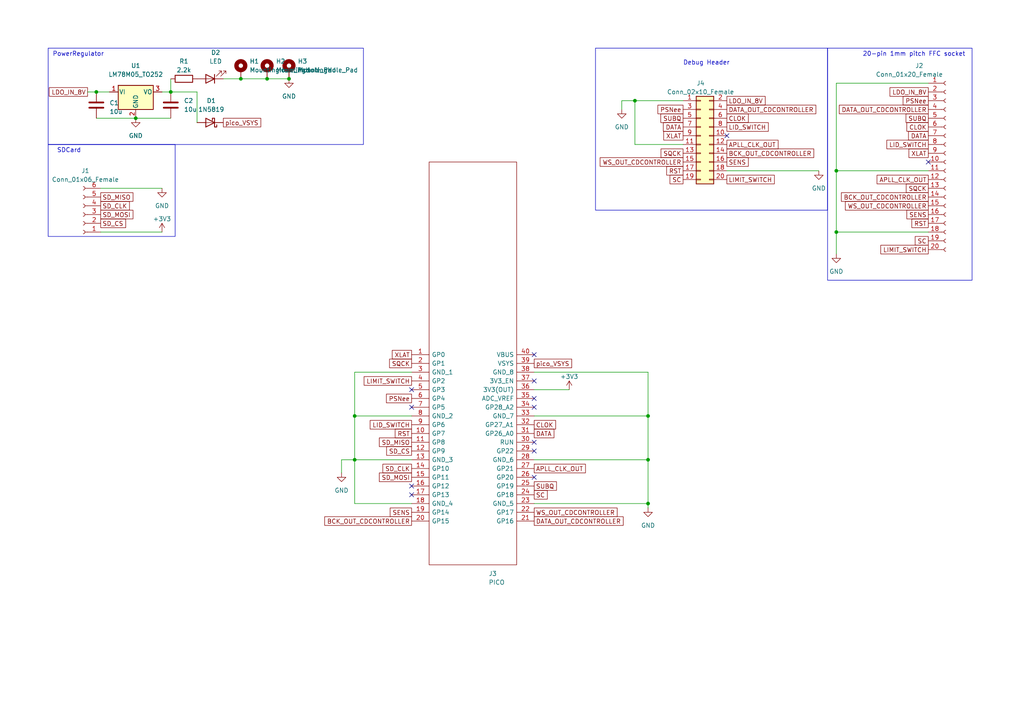
<source format=kicad_sch>
(kicad_sch (version 20230121) (generator eeschema)
  (paper "A4")
  (lib_symbols
    (symbol "Connector:Conn_01x06_Female" (pin_names (offset 1.016) hide)
      (property "Reference" "J" (at 0 7.62 0))
      (property "Value" "Conn_01x06_Female" (at 0 -10.16 0))
      (symbol "Conn_01x06_Female_1_1"
        (arc (start 0 -7.112) (mid -0.5058 -7.62) (end 0 -8.128) (stroke (width 0.1524)))
        (arc (start 0 -4.572) (mid -0.5058 -5.08) (end 0 -5.588) (stroke (width 0.1524)))
        (arc (start 0 -2.032) (mid -0.5058 -2.54) (end 0 -3.048) (stroke (width 0.1524)))
        (polyline (pts (xy -1.27 -7.62) (xy -0.508 -7.62)) (stroke (width 0.1524)))
        (polyline (pts (xy -1.27 -5.08) (xy -0.508 -5.08)) (stroke (width 0.1524)))
        (polyline (pts (xy -1.27 -2.54) (xy -0.508 -2.54)) (stroke (width 0.1524)))
        (polyline (pts (xy -1.27 0) (xy -0.508 0)) (stroke (width 0.1524)))
        (polyline (pts (xy -1.27 2.54) (xy -0.508 2.54)) (stroke (width 0.1524)))
        (polyline (pts (xy -1.27 5.08) (xy -0.508 5.08)) (stroke (width 0.1524)))
        (arc (start 0 0.508) (mid -0.5058 0) (end 0 -0.508) (stroke (width 0.1524)))
        (arc (start 0 3.048) (mid -0.5058 2.54) (end 0 2.032) (stroke (width 0.1524)))
        (arc (start 0 5.588) (mid -0.5058 5.08) (end 0 4.572) (stroke (width 0.1524)))
        (pin passive line (at -5.08 5.08 0) (length 3.81) (name "Pin_1") (number "1"))
        (pin passive line (at -5.08 2.54 0) (length 3.81) (name "Pin_2") (number "2"))
        (pin passive line (at -5.08 0 0) (length 3.81) (name "Pin_3") (number "3"))
        (pin passive line (at -5.08 -2.54 0) (length 3.81) (name "Pin_4") (number "4"))
        (pin passive line (at -5.08 -5.08 0) (length 3.81) (name "Pin_5") (number "5"))
        (pin passive line (at -5.08 -7.62 0) (length 3.81) (name "Pin_6") (number "6"))
      )
    )
    (symbol "Connector:Conn_01x20_Female" (pin_names (offset 1.016) hide)
      (property "Reference" "J" (at 0 25.4 0))
      (property "Value" "Conn_01x20_Female" (at 0 -27.94 0))
      (symbol "Conn_01x20_Female_1_1"
        (arc (start 0 -24.892) (mid -0.5058 -25.4) (end 0 -25.908) (stroke (width 0.1524)))
        (arc (start 0 -22.352) (mid -0.5058 -22.86) (end 0 -23.368) (stroke (width 0.1524)))
        (arc (start 0 -19.812) (mid -0.5058 -20.32) (end 0 -20.828) (stroke (width 0.1524)))
        (arc (start 0 -17.272) (mid -0.5058 -17.78) (end 0 -18.288) (stroke (width 0.1524)))
        (arc (start 0 -14.732) (mid -0.5058 -15.24) (end 0 -15.748) (stroke (width 0.1524)))
        (arc (start 0 -12.192) (mid -0.5058 -12.7) (end 0 -13.208) (stroke (width 0.1524)))
        (arc (start 0 -9.652) (mid -0.5058 -10.16) (end 0 -10.668) (stroke (width 0.1524)))
        (arc (start 0 -7.112) (mid -0.5058 -7.62) (end 0 -8.128) (stroke (width 0.1524)))
        (arc (start 0 -4.572) (mid -0.5058 -5.08) (end 0 -5.588) (stroke (width 0.1524)))
        (arc (start 0 -2.032) (mid -0.5058 -2.54) (end 0 -3.048) (stroke (width 0.1524)))
        (polyline (pts (xy -1.27 -25.4) (xy -0.508 -25.4)) (stroke (width 0.1524)))
        (polyline (pts (xy -1.27 -22.86) (xy -0.508 -22.86)) (stroke (width 0.1524)))
        (polyline (pts (xy -1.27 -20.32) (xy -0.508 -20.32)) (stroke (width 0.1524)))
        (polyline (pts (xy -1.27 -17.78) (xy -0.508 -17.78)) (stroke (width 0.1524)))
        (polyline (pts (xy -1.27 -15.24) (xy -0.508 -15.24)) (stroke (width 0.1524)))
        (polyline (pts (xy -1.27 -12.7) (xy -0.508 -12.7)) (stroke (width 0.1524)))
        (polyline (pts (xy -1.27 -10.16) (xy -0.508 -10.16)) (stroke (width 0.1524)))
        (polyline (pts (xy -1.27 -7.62) (xy -0.508 -7.62)) (stroke (width 0.1524)))
        (polyline (pts (xy -1.27 -5.08) (xy -0.508 -5.08)) (stroke (width 0.1524)))
        (polyline (pts (xy -1.27 -2.54) (xy -0.508 -2.54)) (stroke (width 0.1524)))
        (polyline (pts (xy -1.27 0) (xy -0.508 0)) (stroke (width 0.1524)))
        (polyline (pts (xy -1.27 2.54) (xy -0.508 2.54)) (stroke (width 0.1524)))
        (polyline (pts (xy -1.27 5.08) (xy -0.508 5.08)) (stroke (width 0.1524)))
        (polyline (pts (xy -1.27 7.62) (xy -0.508 7.62)) (stroke (width 0.1524)))
        (polyline (pts (xy -1.27 10.16) (xy -0.508 10.16)) (stroke (width 0.1524)))
        (polyline (pts (xy -1.27 12.7) (xy -0.508 12.7)) (stroke (width 0.1524)))
        (polyline (pts (xy -1.27 15.24) (xy -0.508 15.24)) (stroke (width 0.1524)))
        (polyline (pts (xy -1.27 17.78) (xy -0.508 17.78)) (stroke (width 0.1524)))
        (polyline (pts (xy -1.27 20.32) (xy -0.508 20.32)) (stroke (width 0.1524)))
        (polyline (pts (xy -1.27 22.86) (xy -0.508 22.86)) (stroke (width 0.1524)))
        (arc (start 0 0.508) (mid -0.5058 0) (end 0 -0.508) (stroke (width 0.1524)))
        (arc (start 0 3.048) (mid -0.5058 2.54) (end 0 2.032) (stroke (width 0.1524)))
        (arc (start 0 5.588) (mid -0.5058 5.08) (end 0 4.572) (stroke (width 0.1524)))
        (arc (start 0 8.128) (mid -0.5058 7.62) (end 0 7.112) (stroke (width 0.1524)))
        (arc (start 0 10.668) (mid -0.5058 10.16) (end 0 9.652) (stroke (width 0.1524)))
        (arc (start 0 13.208) (mid -0.5058 12.7) (end 0 12.192) (stroke (width 0.1524)))
        (arc (start 0 15.748) (mid -0.5058 15.24) (end 0 14.732) (stroke (width 0.1524)))
        (arc (start 0 18.288) (mid -0.5058 17.78) (end 0 17.272) (stroke (width 0.1524)))
        (arc (start 0 20.828) (mid -0.5058 20.32) (end 0 19.812) (stroke (width 0.1524)))
        (arc (start 0 23.368) (mid -0.5058 22.86) (end 0 22.352) (stroke (width 0.1524)))
        (pin passive line (at -5.08 22.86 0) (length 3.81) (name "Pin_1") (number "1"))
        (pin passive line (at -5.08 0 0) (length 3.81) (name "Pin_10") (number "10"))
        (pin passive line (at -5.08 -2.54 0) (length 3.81) (name "Pin_11") (number "11"))
        (pin passive line (at -5.08 -5.08 0) (length 3.81) (name "Pin_12") (number "12"))
        (pin passive line (at -5.08 -7.62 0) (length 3.81) (name "Pin_13") (number "13"))
        (pin passive line (at -5.08 -10.16 0) (length 3.81) (name "Pin_14") (number "14"))
        (pin passive line (at -5.08 -12.7 0) (length 3.81) (name "Pin_15") (number "15"))
        (pin passive line (at -5.08 -15.24 0) (length 3.81) (name "Pin_16") (number "16"))
        (pin passive line (at -5.08 -17.78 0) (length 3.81) (name "Pin_17") (number "17"))
        (pin passive line (at -5.08 -20.32 0) (length 3.81) (name "Pin_18") (number "18"))
        (pin passive line (at -5.08 -22.86 0) (length 3.81) (name "Pin_19") (number "19"))
        (pin passive line (at -5.08 20.32 0) (length 3.81) (name "Pin_2") (number "2"))
        (pin passive line (at -5.08 -25.4 0) (length 3.81) (name "Pin_20") (number "20"))
        (pin passive line (at -5.08 17.78 0) (length 3.81) (name "Pin_3") (number "3"))
        (pin passive line (at -5.08 15.24 0) (length 3.81) (name "Pin_4") (number "4"))
        (pin passive line (at -5.08 12.7 0) (length 3.81) (name "Pin_5") (number "5"))
        (pin passive line (at -5.08 10.16 0) (length 3.81) (name "Pin_6") (number "6"))
        (pin passive line (at -5.08 7.62 0) (length 3.81) (name "Pin_7") (number "7"))
        (pin passive line (at -5.08 5.08 0) (length 3.81) (name "Pin_8") (number "8"))
        (pin passive line (at -5.08 2.54 0) (length 3.81) (name "Pin_9") (number "9"))
      )
    )
    (symbol "Connector_Generic:Conn_02x10_Odd_Even" (pin_names (offset 1.016) hide)
      (property "Reference" "J" (at 1.27 12.7 0))
      (property "Value" "Conn_02x10_Odd_Even" (at 1.27 -15.24 0))
      (symbol "Conn_02x10_Odd_Even_1_1"
        (rectangle (start -1.27 -12.573) (end 0 -12.827) (stroke (width 0.1524)))
        (rectangle (start -1.27 -10.033) (end 0 -10.287) (stroke (width 0.1524)))
        (rectangle (start -1.27 -7.493) (end 0 -7.747) (stroke (width 0.1524)))
        (rectangle (start -1.27 -4.953) (end 0 -5.207) (stroke (width 0.1524)))
        (rectangle (start -1.27 -2.413) (end 0 -2.667) (stroke (width 0.1524)))
        (rectangle (start -1.27 0.127) (end 0 -0.127) (stroke (width 0.1524)))
        (rectangle (start -1.27 2.667) (end 0 2.413) (stroke (width 0.1524)))
        (rectangle (start -1.27 5.207) (end 0 4.953) (stroke (width 0.1524)))
        (rectangle (start -1.27 7.747) (end 0 7.493) (stroke (width 0.1524)))
        (rectangle (start -1.27 10.287) (end 0 10.033) (stroke (width 0.1524)))
        (rectangle (start -1.27 11.43) (end 3.81 -13.97) (stroke (width 0.254)) (fill (type background)))
        (rectangle (start 3.81 -12.573) (end 2.54 -12.827) (stroke (width 0.1524)))
        (rectangle (start 3.81 -10.033) (end 2.54 -10.287) (stroke (width 0.1524)))
        (rectangle (start 3.81 -7.493) (end 2.54 -7.747) (stroke (width 0.1524)))
        (rectangle (start 3.81 -4.953) (end 2.54 -5.207) (stroke (width 0.1524)))
        (rectangle (start 3.81 -2.413) (end 2.54 -2.667) (stroke (width 0.1524)))
        (rectangle (start 3.81 0.127) (end 2.54 -0.127) (stroke (width 0.1524)))
        (rectangle (start 3.81 2.667) (end 2.54 2.413) (stroke (width 0.1524)))
        (rectangle (start 3.81 5.207) (end 2.54 4.953) (stroke (width 0.1524)))
        (rectangle (start 3.81 7.747) (end 2.54 7.493) (stroke (width 0.1524)))
        (rectangle (start 3.81 10.287) (end 2.54 10.033) (stroke (width 0.1524)))
        (pin passive line (at -5.08 10.16 0) (length 3.81) (name "Pin_1") (number "1"))
        (pin passive line (at 7.62 0 180) (length 3.81) (name "Pin_10") (number "10"))
        (pin passive line (at -5.08 -2.54 0) (length 3.81) (name "Pin_11") (number "11"))
        (pin passive line (at 7.62 -2.54 180) (length 3.81) (name "Pin_12") (number "12"))
        (pin passive line (at -5.08 -5.08 0) (length 3.81) (name "Pin_13") (number "13"))
        (pin passive line (at 7.62 -5.08 180) (length 3.81) (name "Pin_14") (number "14"))
        (pin passive line (at -5.08 -7.62 0) (length 3.81) (name "Pin_15") (number "15"))
        (pin passive line (at 7.62 -7.62 180) (length 3.81) (name "Pin_16") (number "16"))
        (pin passive line (at -5.08 -10.16 0) (length 3.81) (name "Pin_17") (number "17"))
        (pin passive line (at 7.62 -10.16 180) (length 3.81) (name "Pin_18") (number "18"))
        (pin passive line (at -5.08 -12.7 0) (length 3.81) (name "Pin_19") (number "19"))
        (pin passive line (at 7.62 10.16 180) (length 3.81) (name "Pin_2") (number "2"))
        (pin passive line (at 7.62 -12.7 180) (length 3.81) (name "Pin_20") (number "20"))
        (pin passive line (at -5.08 7.62 0) (length 3.81) (name "Pin_3") (number "3"))
        (pin passive line (at 7.62 7.62 180) (length 3.81) (name "Pin_4") (number "4"))
        (pin passive line (at -5.08 5.08 0) (length 3.81) (name "Pin_5") (number "5"))
        (pin passive line (at 7.62 5.08 180) (length 3.81) (name "Pin_6") (number "6"))
        (pin passive line (at -5.08 2.54 0) (length 3.81) (name "Pin_7") (number "7"))
        (pin passive line (at 7.62 2.54 180) (length 3.81) (name "Pin_8") (number "8"))
        (pin passive line (at -5.08 0 0) (length 3.81) (name "Pin_9") (number "9"))
      )
    )
    (symbol "Device:C" (pin_numbers hide) (pin_names (offset 0.254))
      (property "Reference" "C" (at 0.635 2.54 0))
      (property "Value" "C" (at 0.635 -2.54 0))
      (symbol "C_0_1"
        (polyline (pts (xy -2.032 -0.762) (xy 2.032 -0.762)) (stroke (width 0.508)))
        (polyline (pts (xy -2.032 0.762) (xy 2.032 0.762)) (stroke (width 0.508)))
      )
      (symbol "C_1_1"
        (pin passive line (at 0 3.81 270) (length 2.794) (name "~") (number "1"))
        (pin passive line (at 0 -3.81 90) (length 2.794) (name "~") (number "2"))
      )
    )
    (symbol "Device:LED" (pin_numbers hide) (pin_names (offset 1.016) hide)
      (property "Reference" "D" (at 0 2.54 0))
      (property "Value" "LED" (at 0 -2.54 0))
      (symbol "LED_0_1"
        (polyline (pts (xy -1.27 -1.27) (xy -1.27 1.27)) (stroke (width 0.254)))
        (polyline (pts (xy -1.27 0) (xy 1.27 0)))
        (polyline (pts (xy 1.27 -1.27) (xy 1.27 1.27) (xy -1.27 0) (xy 1.27 -1.27)) (stroke (width 0.254)))
        (polyline (pts (xy -3.048 -0.762) (xy -4.572 -2.286) (xy -3.81 -2.286) (xy -4.572 -2.286) (xy -4.572 -1.524)))
        (polyline (pts (xy -1.778 -0.762) (xy -3.302 -2.286) (xy -2.54 -2.286) (xy -3.302 -2.286) (xy -3.302 -1.524)))
      )
      (symbol "LED_1_1"
        (pin passive line (at -3.81 0 0) (length 2.54) (name "K") (number "1"))
        (pin passive line (at 3.81 0 180) (length 2.54) (name "A") (number "2"))
      )
    )
    (symbol "Device:R" (pin_numbers hide) (pin_names (offset 0))
      (property "Reference" "R" (at 2.032 0 90))
      (property "Value" "R" (at 0 0 90))
      (symbol "R_0_1"
        (rectangle (start -1.016 -2.54) (end 1.016 2.54) (stroke (width 0.254)))
      )
      (symbol "R_1_1"
        (pin passive line (at 0 3.81 270) (length 1.27) (name "~") (number "1"))
        (pin passive line (at 0 -3.81 90) (length 1.27) (name "~") (number "2"))
      )
    )
    (symbol "Diode:1N5819" (pin_numbers hide) (pin_names (offset 1.016) hide)
      (property "Reference" "D" (at 0 2.54 0))
      (property "Value" "1N5819" (at 0 -2.54 0))
      (symbol "1N5819_0_1"
        (polyline (pts (xy 1.27 0) (xy -1.27 0)))
        (polyline (pts (xy 1.27 1.27) (xy 1.27 -1.27) (xy -1.27 0) (xy 1.27 1.27)) (stroke (width 0.254)))
        (polyline (pts (xy -1.905 0.635) (xy -1.905 1.27) (xy -1.27 1.27) (xy -1.27 -1.27) (xy -0.635 -1.27) (xy -0.635 -0.635)) (stroke (width 0.254)))
      )
      (symbol "1N5819_1_1"
        (pin passive line (at -3.81 0 0) (length 2.54) (name "K") (number "1"))
        (pin passive line (at 3.81 0 180) (length 2.54) (name "A") (number "2"))
      )
    )
    (symbol "Mechanical:MountingHole_Pad" (pin_numbers hide) (pin_names (offset 1.016) hide)
      (property "Reference" "H" (at 0 6.35 0))
      (property "Value" "MountingHole_Pad" (at 0 4.445 0))
      (symbol "MountingHole_Pad_0_1"
        (circle (center 0 1.27) (radius 1.27) (stroke (width 1.27)))
      )
      (symbol "MountingHole_Pad_1_1"
        (pin input line (at 0 -2.54 90) (length 2.54) (name "1") (number "1"))
      )
    )
    (symbol "Regulator_Linear:LM78M05_TO252" (pin_names (offset 0.254))
      (property "Reference" "U" (at -3.81 3.175 0))
      (property "Value" "LM78M05_TO252" (at 0 3.175 0))
      (symbol "LM78M05_TO252_0_1"
        (rectangle (start -5.08 1.905) (end 5.08 -5.08) (stroke (width 0.254)) (fill (type background)))
      )
      (symbol "LM78M05_TO252_1_1"
        (pin power_in line (at -7.62 0 0) (length 2.54) (name "VI") (number "1"))
        (pin power_in line (at 0 -7.62 90) (length 2.54) (name "GND") (number "2"))
        (pin power_out line (at 7.62 0 180) (length 2.54) (name "VO") (number "3"))
      )
    )
    (symbol "pico:PICO" (pin_names (offset 0.762))
      (property "Reference" "J3" (at 22.3394 -63.5 0))
      (property "Value" "PICO" (at 22.3394 -66.04 0))
      (symbol "PICO_0_0"
        (pin passive line (at 0 0 0) (length 5.08) (name "GP0") (number "1"))
        (pin passive line (at 0 -22.86 0) (length 5.08) (name "GP7") (number "10"))
        (pin passive line (at 0 -25.4 0) (length 5.08) (name "GP8") (number "11"))
        (pin passive line (at 0 -27.94 0) (length 5.08) (name "GP9") (number "12"))
        (pin passive line (at 0 -30.48 0) (length 5.08) (name "GND_3") (number "13"))
        (pin passive line (at 0 -33.02 0) (length 5.08) (name "GP10") (number "14"))
        (pin passive line (at 0 -35.56 0) (length 5.08) (name "GP11") (number "15"))
        (pin passive line (at 0 -38.1 0) (length 5.08) (name "GP12") (number "16"))
        (pin passive line (at 0 -40.64 0) (length 5.08) (name "GP13") (number "17"))
        (pin passive line (at 0 -43.18 0) (length 5.08) (name "GND_4") (number "18"))
        (pin passive line (at 0 -45.72 0) (length 5.08) (name "GP14") (number "19"))
        (pin passive line (at 0 -2.54 0) (length 5.08) (name "GP1") (number "2"))
        (pin passive line (at 0 -48.26 0) (length 5.08) (name "GP15") (number "20"))
        (pin passive line (at 35.56 -48.26 180) (length 5.08) (name "GP16") (number "21"))
        (pin passive line (at 35.56 -45.72 180) (length 5.08) (name "GP17") (number "22"))
        (pin passive line (at 35.56 -43.18 180) (length 5.08) (name "GND_5") (number "23"))
        (pin passive line (at 35.56 -40.64 180) (length 5.08) (name "GP18") (number "24"))
        (pin passive line (at 35.56 -38.1 180) (length 5.08) (name "GP19") (number "25"))
        (pin passive line (at 35.56 -35.56 180) (length 5.08) (name "GP20") (number "26"))
        (pin passive line (at 35.56 -33.02 180) (length 5.08) (name "GP21") (number "27"))
        (pin passive line (at 35.56 -30.48 180) (length 5.08) (name "GND_6") (number "28"))
        (pin passive line (at 35.56 -27.94 180) (length 5.08) (name "GP22") (number "29"))
        (pin passive line (at 0 -5.08 0) (length 5.08) (name "GND_1") (number "3"))
        (pin passive line (at 35.56 -25.4 180) (length 5.08) (name "RUN") (number "30"))
        (pin passive line (at 35.56 -22.86 180) (length 5.08) (name "GP26_A0") (number "31"))
        (pin passive line (at 35.56 -20.32 180) (length 5.08) (name "GP27_A1") (number "32"))
        (pin passive line (at 35.56 -17.78 180) (length 5.08) (name "GND_7") (number "33"))
        (pin passive line (at 35.56 -15.24 180) (length 5.08) (name "GP28_A2") (number "34"))
        (pin passive line (at 35.56 -12.7 180) (length 5.08) (name "ADC_VREF") (number "35"))
        (pin passive line (at 35.56 -10.16 180) (length 5.08) (name "3V3(OUT)") (number "36"))
        (pin passive line (at 35.56 -7.62 180) (length 5.08) (name "3V3_EN") (number "37"))
        (pin passive line (at 35.56 -5.08 180) (length 5.08) (name "GND_8") (number "38"))
        (pin passive line (at 35.56 -2.54 180) (length 5.08) (name "VSYS") (number "39"))
        (pin passive line (at 0 -7.62 0) (length 5.08) (name "GP2") (number "4"))
        (pin passive line (at 35.56 0 180) (length 5.08) (name "VBUS") (number "40"))
        (pin passive line (at 0 -10.16 0) (length 5.08) (name "GP3") (number "5"))
        (pin passive line (at 0 -12.7 0) (length 5.08) (name "GP4") (number "6"))
        (pin passive line (at 0 -15.24 0) (length 5.08) (name "GP5") (number "7"))
        (pin passive line (at 0 -17.78 0) (length 5.08) (name "GND_2") (number "8"))
        (pin passive line (at 0 -20.32 0) (length 5.08) (name "GP6") (number "9"))
      )
      (symbol "PICO_0_1"
        (polyline (pts (xy 5.08 55.88) (xy 30.48 55.88) (xy 30.48 -60.96) (xy 5.08 -60.96) (xy 5.08 55.88)) (stroke (width 0.1524)))
      )
    )
    (symbol "power:+3V3" (power) (pin_names (offset 0))
      (property "Value" "+3V3" (at 0 3.556 0))
      (symbol "+3V3_0_1"
        (polyline (pts (xy -0.762 1.27) (xy 0 2.54)))
        (polyline (pts (xy 0 0) (xy 0 2.54)))
        (polyline (pts (xy 0 2.54) (xy 0.762 1.27)))
      )
      (symbol "+3V3_1_1"
        (pin power_in line (at 0 0 90) (length 0) hide (name "+3V3") (number "1"))
      )
    )
    (symbol "power:GND" (power) (pin_names (offset 0))
      (property "Value" "GND" (at 0 -3.81 0))
      (symbol "GND_0_1"
        (polyline (pts (xy 0 0) (xy 0 -1.27) (xy 1.27 -1.27) (xy 0 -2.54) (xy -1.27 -1.27) (xy 0 -1.27)))
      )
      (symbol "GND_1_1"
        (pin power_in line (at 0 0 270) (length 0) hide (name "GND") (number "1"))
      )
    )
  )
  (junction (at 184.15 29.21))
  (junction (at 242.57 49.53))
  (junction (at 69.85 22.86))
  (junction (at 102.87 133.35))
  (junction (at 187.96 120.65))
  (junction (at 242.57 67.31))
  (junction (at 77.47 22.86))
  (junction (at 83.82 22.86))
  (junction (at 187.96 146.05))
  (junction (at 39.37 34.29))
  (junction (at 187.96 133.35))
  (junction (at 49.53 26.67))
  (junction (at 27.94 26.67))
  (junction (at 102.87 120.65))
  (no_connect (at 154.94 110.49))
  (no_connect (at 269.24 46.99))
  (no_connect (at 119.38 140.97))
  (no_connect (at 154.94 102.87))
  (no_connect (at 154.94 118.11))
  (no_connect (at 119.38 118.11))
  (no_connect (at 154.94 128.27))
  (no_connect (at 210.82 39.37))
  (no_connect (at 154.94 130.81))
  (no_connect (at 154.94 138.43))
  (no_connect (at 119.38 113.03))
  (no_connect (at 119.38 143.51))
  (no_connect (at 154.94 115.57))
  (wire (pts (xy 198.12 41.91) (xy 184.15 41.91)))
  (wire (pts (xy 99.06 133.35) (xy 99.06 137.16)))
  (wire (pts (xy 102.87 133.35) (xy 99.06 133.35)))
  (wire (pts (xy 242.57 49.53) (xy 269.24 49.53)))
  (wire (pts (xy 64.77 22.86) (xy 69.85 22.86)))
  (wire (pts (xy 187.96 133.35) (xy 187.96 120.65)))
  (wire (pts (xy 102.87 120.65) (xy 119.38 120.65)))
  (wire (pts (xy 187.96 146.05) (xy 187.96 147.32)))
  (wire (pts (xy 154.94 120.65) (xy 187.96 120.65)))
  (wire (pts (xy 269.24 24.13) (xy 242.57 24.13)))
  (wire (pts (xy 210.82 49.53) (xy 237.49 49.53)))
  (wire (pts (xy 77.47 22.86) (xy 69.85 22.86)))
  (wire (pts (xy 154.94 113.03) (xy 165.1 113.03)))
  (wire (pts (xy 102.87 107.95) (xy 102.87 120.65)))
  (wire (pts (xy 154.94 107.95) (xy 187.96 107.95)))
  (wire (pts (xy 57.15 26.67) (xy 57.15 35.56)))
  (wire (pts (xy 29.21 67.31) (xy 46.99 67.31)))
  (wire (pts (xy 198.12 29.21) (xy 184.15 29.21)))
  (wire (pts (xy 27.94 34.29) (xy 39.37 34.29)))
  (wire (pts (xy 242.57 24.13) (xy 242.57 49.53)))
  (wire (pts (xy 242.57 67.31) (xy 269.24 67.31)))
  (wire (pts (xy 187.96 146.05) (xy 187.96 133.35)))
  (wire (pts (xy 77.47 22.86) (xy 83.82 22.86)))
  (wire (pts (xy 102.87 120.65) (xy 102.87 133.35)))
  (wire (pts (xy 242.57 49.53) (xy 242.57 67.31)))
  (wire (pts (xy 180.34 29.21) (xy 180.34 31.75)))
  (wire (pts (xy 102.87 146.05) (xy 102.87 133.35)))
  (wire (pts (xy 187.96 120.65) (xy 187.96 107.95)))
  (wire (pts (xy 154.94 133.35) (xy 187.96 133.35)))
  (wire (pts (xy 27.94 26.67) (xy 31.75 26.67)))
  (wire (pts (xy 119.38 133.35) (xy 102.87 133.35)))
  (wire (pts (xy 102.87 107.95) (xy 119.38 107.95)))
  (wire (pts (xy 29.21 54.61) (xy 46.99 54.61)))
  (wire (pts (xy 102.87 146.05) (xy 119.38 146.05)))
  (wire (pts (xy 242.57 67.31) (xy 242.57 73.66)))
  (wire (pts (xy 49.53 26.67) (xy 57.15 26.67)))
  (wire (pts (xy 25.4 26.67) (xy 27.94 26.67)))
  (wire (pts (xy 184.15 41.91) (xy 184.15 29.21)))
  (wire (pts (xy 49.53 22.86) (xy 49.53 26.67)))
  (wire (pts (xy 46.99 26.67) (xy 49.53 26.67)))
  (wire (pts (xy 154.94 146.05) (xy 187.96 146.05)))
  (wire (pts (xy 39.37 34.29) (xy 49.53 34.29)))
  (wire (pts (xy 184.15 29.21) (xy 180.34 29.21)))
  (rectangle (start 13.97 41.91) (end 50.8 68.58))
  (rectangle (start 240.03 13.97) (end 281.94 81.28))
  (rectangle (start 13.97 13.97) (end 105.41 41.91))
  (rectangle (start 172.72 13.97) (end 240.03 60.96))
  (text "PowerRegulator" (at 15.24 16.51 0) (effects (font (size 1.27 1.27)) (justify left bottom)))
  (text "SDCard" (at 16.51 44.45 0) (effects (font (size 1.27 1.27)) (justify left bottom)))
  (text "20-pin 1mm pitch FFC socket" (at 250.19 16.51 0) (effects (font (size 1.27 1.27)) (justify left bottom)))
  (text "Debug Header" (at 198.12 19.05 0) (effects (font (size 1.27 1.27)) (justify left bottom)))
  (global_label "LIMIT_SWITCH" (shape passive) (at 210.82 52.07 0) (property "Intersheetrefs" "${INTERSHEET_REFS}" (effects hide)))
  (global_label "SUBQ" (shape passive) (at 154.94 140.97 0) (property "Intersheetrefs" "${INTERSHEET_REFS}" (effects hide)))
  (global_label "SUBQ" (shape passive) (at 269.24 34.29 180) (property "Intersheetrefs" "${INTERSHEET_REFS}" (effects hide)))
  (global_label "LID_SWITCH" (shape passive) (at 119.38 123.19 180) (property "Intersheetrefs" "${INTERSHEET_REFS}" (effects hide)))
  (global_label "PSNee" (shape passive) (at 119.38 115.57 180) (property "Intersheetrefs" "${INTERSHEET_REFS}" (effects hide)))
  (global_label "DATA_OUT_CDCONTROLLER" (shape passive) (at 154.94 151.13 0) (property "Intersheetrefs" "${INTERSHEET_REFS}" (effects hide)))
  (global_label "CLOK" (shape passive) (at 269.24 36.83 180) (property "Intersheetrefs" "${INTERSHEET_REFS}" (effects hide)))
  (global_label "SQCK" (shape passive) (at 198.12 44.45 180) (property "Intersheetrefs" "${INTERSHEET_REFS}" (effects hide)))
  (global_label "XLAT" (shape passive) (at 119.38 102.87 180) (property "Intersheetrefs" "${INTERSHEET_REFS}" (effects hide)))
  (global_label "SENS" (shape passive) (at 269.24 62.23 180) (property "Intersheetrefs" "${INTERSHEET_REFS}" (effects hide)))
  (global_label "CLOK" (shape passive) (at 210.82 34.29 0) (property "Intersheetrefs" "${INTERSHEET_REFS}" (effects hide)))
  (global_label "SUBQ" (shape passive) (at 198.12 34.29 180) (property "Intersheetrefs" "${INTERSHEET_REFS}" (effects hide)))
  (global_label "SC" (shape passive) (at 154.94 143.51 0) (property "Intersheetrefs" "${INTERSHEET_REFS}" (effects hide)))
  (global_label "pico_VSYS" (shape passive) (at 64.77 35.56 0) (property "Intersheetrefs" "${INTERSHEET_REFS}" (effects hide)))
  (global_label "SENS" (shape passive) (at 119.38 148.59 180) (property "Intersheetrefs" "${INTERSHEET_REFS}" (effects hide)))
  (global_label "BCK_OUT_CDCONTROLLER" (shape passive) (at 269.24 57.15 180) (property "Intersheetrefs" "${INTERSHEET_REFS}" (effects hide)))
  (global_label "LID_SWITCH" (shape passive) (at 210.82 36.83 0) (property "Intersheetrefs" "${INTERSHEET_REFS}" (effects hide)))
  (global_label "RST" (shape passive) (at 269.24 64.77 180) (property "Intersheetrefs" "${INTERSHEET_REFS}" (effects hide)))
  (global_label "APLL_CLK_OUT" (shape passive) (at 269.24 52.07 180) (property "Intersheetrefs" "${INTERSHEET_REFS}" (effects hide)))
  (global_label "SD_MISO" (shape passive) (at 29.21 57.15 0) (property "Intersheetrefs" "${INTERSHEET_REFS}" (effects hide)))
  (global_label "RST" (shape passive) (at 119.38 125.73 180) (property "Intersheetrefs" "${INTERSHEET_REFS}" (effects hide)))
  (global_label "LDO_IN_8V" (shape passive) (at 210.82 29.21 0) (property "Intersheetrefs" "${INTERSHEET_REFS}" (effects hide)))
  (global_label "SC" (shape passive) (at 269.24 69.85 180) (property "Intersheetrefs" "${INTERSHEET_REFS}" (effects hide)))
  (global_label "SD_CLK" (shape passive) (at 119.38 135.89 180) (property "Intersheetrefs" "${INTERSHEET_REFS}" (effects hide)))
  (global_label "LDO_IN_8V" (shape passive) (at 25.4 26.67 180) (property "Intersheetrefs" "${INTERSHEET_REFS}" (effects hide)))
  (global_label "LDO_IN_8V" (shape passive) (at 269.24 26.67 180) (property "Intersheetrefs" "${INTERSHEET_REFS}" (effects hide)))
  (global_label "LIMIT_SWITCH" (shape passive) (at 269.24 72.39 180) (property "Intersheetrefs" "${INTERSHEET_REFS}" (effects hide)))
  (global_label "pico_VSYS" (shape passive) (at 154.94 105.41 0) (property "Intersheetrefs" "${INTERSHEET_REFS}" (effects hide)))
  (global_label "RST" (shape passive) (at 198.12 49.53 180) (property "Intersheetrefs" "${INTERSHEET_REFS}" (effects hide)))
  (global_label "XLAT" (shape passive) (at 269.24 44.45 180) (property "Intersheetrefs" "${INTERSHEET_REFS}" (effects hide)))
  (global_label "DATA_OUT_CDCONTROLLER" (shape passive) (at 269.24 31.75 180) (property "Intersheetrefs" "${INTERSHEET_REFS}" (effects hide)))
  (global_label "SD_MOSI" (shape passive) (at 119.38 138.43 180) (property "Intersheetrefs" "${INTERSHEET_REFS}" (effects hide)))
  (global_label "LIMIT_SWITCH" (shape passive) (at 119.38 110.49 180) (property "Intersheetrefs" "${INTERSHEET_REFS}" (effects hide)))
  (global_label "DATA" (shape passive) (at 198.12 36.83 180) (property "Intersheetrefs" "${INTERSHEET_REFS}" (effects hide)))
  (global_label "SENS" (shape passive) (at 210.82 46.99 0) (property "Intersheetrefs" "${INTERSHEET_REFS}" (effects hide)))
  (global_label "SD_CS" (shape passive) (at 29.21 64.77 0) (property "Intersheetrefs" "${INTERSHEET_REFS}" (effects hide)))
  (global_label "SD_MOSI" (shape passive) (at 29.21 62.23 0) (property "Intersheetrefs" "${INTERSHEET_REFS}" (effects hide)))
  (global_label "APLL_CLK_OUT" (shape passive) (at 210.82 41.91 0) (property "Intersheetrefs" "${INTERSHEET_REFS}" (effects hide)))
  (global_label "LID_SWITCH" (shape passive) (at 269.24 41.91 180) (property "Intersheetrefs" "${INTERSHEET_REFS}" (effects hide)))
  (global_label "WS_OUT_CDCONTROLLER" (shape passive) (at 154.94 148.59 0) (property "Intersheetrefs" "${INTERSHEET_REFS}" (effects hide)))
  (global_label "WS_OUT_CDCONTROLLER" (shape passive) (at 269.24 59.69 180) (property "Intersheetrefs" "${INTERSHEET_REFS}" (effects hide)))
  (global_label "APLL_CLK_OUT" (shape passive) (at 154.94 135.89 0) (property "Intersheetrefs" "${INTERSHEET_REFS}" (effects hide)))
  (global_label "PSNee" (shape passive) (at 198.12 31.75 180) (property "Intersheetrefs" "${INTERSHEET_REFS}" (effects hide)))
  (global_label "SD_MISO" (shape passive) (at 119.38 128.27 180) (property "Intersheetrefs" "${INTERSHEET_REFS}" (effects hide)))
  (global_label "DATA" (shape passive) (at 269.24 39.37 180) (property "Intersheetrefs" "${INTERSHEET_REFS}" (effects hide)))
  (global_label "CLOK" (shape passive) (at 154.94 123.19 0) (property "Intersheetrefs" "${INTERSHEET_REFS}" (effects hide)))
  (global_label "SD_CS" (shape passive) (at 119.38 130.81 180) (property "Intersheetrefs" "${INTERSHEET_REFS}" (effects hide)))
  (global_label "SC" (shape passive) (at 198.12 52.07 180) (property "Intersheetrefs" "${INTERSHEET_REFS}" (effects hide)))
  (global_label "SQCK" (shape passive) (at 119.38 105.41 180) (property "Intersheetrefs" "${INTERSHEET_REFS}" (effects hide)))
  (global_label "PSNee" (shape passive) (at 269.24 29.21 180) (property "Intersheetrefs" "${INTERSHEET_REFS}" (effects hide)))
  (global_label "XLAT" (shape passive) (at 198.12 39.37 180) (property "Intersheetrefs" "${INTERSHEET_REFS}" (effects hide)))
  (global_label "SQCK" (shape passive) (at 269.24 54.61 180) (property "Intersheetrefs" "${INTERSHEET_REFS}" (effects hide)))
  (global_label "BCK_OUT_CDCONTROLLER" (shape passive) (at 210.82 44.45 0) (property "Intersheetrefs" "${INTERSHEET_REFS}" (effects hide)))
  (global_label "BCK_OUT_CDCONTROLLER" (shape passive) (at 119.38 151.13 180) (property "Intersheetrefs" "${INTERSHEET_REFS}" (effects hide)))
  (global_label "SD_CLK" (shape passive) (at 29.21 59.69 0) (property "Intersheetrefs" "${INTERSHEET_REFS}" (effects hide)))
  (global_label "DATA" (shape passive) (at 154.94 125.73 0) (property "Intersheetrefs" "${INTERSHEET_REFS}" (effects hide)))
  (global_label "WS_OUT_CDCONTROLLER" (shape passive) (at 198.12 46.99 180) (property "Intersheetrefs" "${INTERSHEET_REFS}" (effects hide)))
  (global_label "DATA_OUT_CDCONTROLLER" (shape passive) (at 210.82 31.75 0) (property "Intersheetrefs" "${INTERSHEET_REFS}" (effects hide)))
  (symbol (lib_id "Device:C") (at 49.53 30.48 0) (unit 1)
    (property "Reference" "C2" (at 53.34 29.2099 0) (effects (justify left)))
    (property "Value" "10u" (at 53.34 31.7499 0) (effects (justify left)))
    (property "Footprint" "Capacitor_SMD:C_0805_2012Metric_Pad1.18x1.45mm_HandSolder" (effects hide))
  )
  (symbol (lib_id "Diode:1N5819") (at 60.96 35.56 180) (unit 1)
    (property "Reference" "D1" (at 61.2775 29.21 0))
    (property "Value" "1N5819" (at 61.2775 31.75 0))
    (property "Footprint" "Diode_SMD:D_SOD-123" (effects hide))
    (property "Datasheet" "http://www.vishay.com/docs/88525/1n5817.pdf" (effects hide))
  )
  (symbol (lib_id "power:GND") (at 180.34 31.75 0) (unit 1)
    (property "Reference" "#PWR010" (effects hide))
    (property "Value" "GND" (at 180.34 36.83 0))
  )
  (symbol (lib_id "power:+3V3") (at 165.1 113.03 0) (unit 1)
    (property "Reference" "#PWR03" (effects hide))
    (property "Value" "+3V3" (at 165.1 109.22 0))
  )
  (symbol (lib_id "Device:LED") (at 60.96 22.86 180) (unit 1)
    (property "Reference" "D2" (at 62.5475 15.24 0))
    (property "Value" "LED" (at 62.5475 17.78 0))
    (property "Footprint" "LED_SMD:LED_0805_2012Metric_Pad1.15x1.40mm_HandSolder" (effects hide))
  )
  (symbol (lib_id "Connector_Generic:Conn_02x10_Odd_Even") (at 203.2 39.37 0) (unit 1)
    (property "Reference" "J4" (at 203.2 24.13 0))
    (property "Value" "Conn_02x10_Female" (at 203.2 26.67 0))
    (property "Footprint" "Connector_PinSocket_2.54mm:PinSocket_2x10_P2.54mm_Vertical" (effects hide))
  )
  (symbol (lib_id "Mechanical:MountingHole_Pad") (at 83.82 20.32 0) (unit 1)
    (property "Reference" "H3" (at 86.36 17.7799 0) (effects (justify left)))
    (property "Value" "MountingHole_Pad" (at 86.36 20.3199 0) (effects (justify left)))
    (property "Footprint" "MountingHole:MountingHole_2.5mm_Pad" (effects hide))
  )
  (symbol (lib_id "power:GND") (at 46.99 54.61 0) (unit 1)
    (property "Reference" "#PWR05" (effects hide))
    (property "Value" "GND" (at 46.99 59.69 0))
  )
  (symbol (lib_id "Device:R") (at 53.34 22.86 90) (unit 1)
    (property "Reference" "R1" (at 53.34 17.78 90))
    (property "Value" "2.2k" (at 53.34 20.32 90))
    (property "Footprint" "Resistor_SMD:R_0603_1608Metric_Pad0.98x0.95mm_HandSolder" (effects hide))
  )
  (symbol (lib_id "power:GND") (at 242.57 73.66 0) (unit 1)
    (property "Reference" "#PWR07" (effects hide))
    (property "Value" "GND" (at 242.57 78.74 0))
  )
  (symbol (lib_id "pico:PICO") (at 119.38 102.87 0) (unit 1)
    (property "Reference" "J3" (at 141.7194 166.37 0) (effects (justify left)))
    (property "Value" "PICO" (at 141.7194 168.91 0) (effects (justify left)))
    (property "Footprint" "PICO:PICO" (effects hide))
    (property "Datasheet" "https://datasheets.raspberrypi.org/pico/pico_datasheet.pdf" (effects hide))
    (property "Description" "RP2040 microcontroller chip designed by Raspberry Pi in the United Kingdom 2  SPI, 2  I2C, 2  UART, 3  12-bit ADC, 16  controllable PWM channels" (effects hide))
    (property "Height" "1" (effects hide))
    (property "Manufacturer_Name" "RASPBERRY-PI" (effects hide))
    (property "Manufacturer_Part_Number" "PICO" (effects hide))
  )
  (symbol (lib_id "power:GND") (at 39.37 34.29 0) (unit 1)
    (property "Reference" "#PWR04" (effects hide))
    (property "Value" "GND" (at 39.37 39.37 0))
  )
  (symbol (lib_id "Device:C") (at 27.94 30.48 0) (unit 1)
    (property "Reference" "C1" (at 31.75 29.845 0) (effects (justify left)))
    (property "Value" "10u" (at 31.75 32.385 0) (effects (justify left)))
    (property "Footprint" "Capacitor_SMD:C_0805_2012Metric_Pad1.18x1.45mm_HandSolder" (effects hide))
  )
  (symbol (lib_id "Mechanical:MountingHole_Pad") (at 69.85 20.32 0) (unit 1)
    (property "Reference" "H1" (at 72.39 17.7799 0) (effects (justify left)))
    (property "Value" "MountingHole_Pad" (at 72.39 20.3199 0) (effects (justify left)))
    (property "Footprint" "MountingHole:MountingHole_2.5mm_Pad" (effects hide))
  )
  (symbol (lib_id "power:GND") (at 237.49 49.53 0) (unit 1)
    (property "Reference" "#PWR06" (effects hide))
    (property "Value" "GND" (at 237.49 54.61 0))
  )
  (symbol (lib_id "Regulator_Linear:LM78M05_TO252") (at 39.37 26.67 0) (unit 1)
    (property "Reference" "U1" (at 39.37 19.05 0))
    (property "Value" "LM78M05_TO252" (at 39.37 21.59 0))
    (property "Footprint" "Package_TO_SOT_SMD:TO-252-2" (effects hide))
    (property "Datasheet" "https://www.onsemi.com/pub/Collateral/MC78M00-D.PDF" (effects hide))
  )
  (symbol (lib_id "Connector:Conn_01x06_Female") (at 24.13 62.23 180) (unit 1)
    (property "Reference" "J1" (at 24.765 49.53 0))
    (property "Value" "Conn_01x06_Female" (at 24.765 52.07 0))
    (property "Footprint" "paulo:SD" (effects hide))
  )
  (symbol (lib_id "power:+3V3") (at 46.99 67.31 0) (unit 1)
    (property "Reference" "#PWR02" (effects hide))
    (property "Value" "+3V3" (at 46.99 63.5 0))
  )
  (symbol (lib_id "power:GND") (at 99.06 137.16 0) (unit 1)
    (property "Reference" "#PWR08" (effects hide))
    (property "Value" "GND" (at 99.06 142.24 0))
  )
  (symbol (lib_id "Connector:Conn_01x20_Female") (at 274.32 46.99 0) (unit 1)
    (property "Reference" "J2" (at 265.43 19.05 0) (effects (justify left)))
    (property "Value" "Conn_01x20_Female" (at 254 21.59 0) (effects (justify left)))
    (property "Footprint" "Connector_FFC-FPC:TE_2-84952-0_1x20-1MP_P1.0mm_Horizontal" (effects hide))
  )
  (symbol (lib_id "Mechanical:MountingHole_Pad") (at 77.47 20.32 0) (unit 1)
    (property "Reference" "H2" (at 80.01 17.7799 0) (effects (justify left)))
    (property "Value" "MountingHole_Pad" (at 80.01 20.3199 0) (effects (justify left)))
    (property "Footprint" "MountingHole:MountingHole_2.5mm_Pad" (effects hide))
  )
  (symbol (lib_id "power:GND") (at 187.96 147.32 0) (unit 1)
    (property "Reference" "#PWR01" (effects hide))
    (property "Value" "GND" (at 187.96 152.4 0))
  )
  (symbol (lib_id "power:GND") (at 83.82 22.86 0) (unit 1)
    (property "Reference" "#PWR09" (effects hide))
    (property "Value" "GND" (at 83.82 27.94 0))
  )
)
</source>
